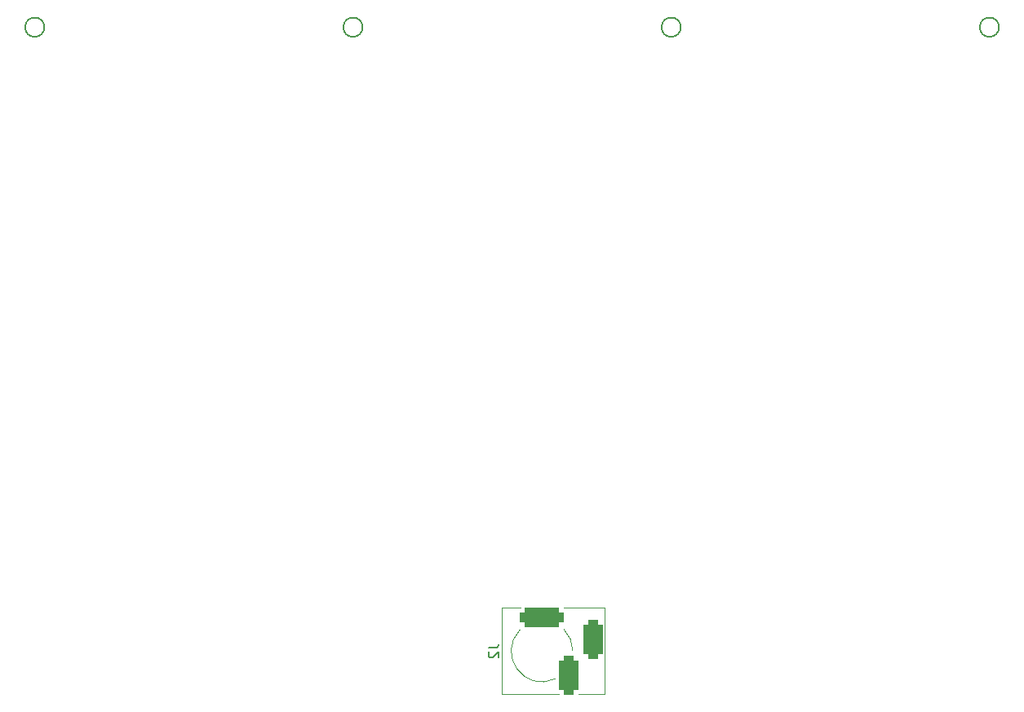
<source format=gbr>
%TF.GenerationSoftware,KiCad,Pcbnew,(6.0.5-0)*%
%TF.CreationDate,2022-07-17T16:53:03-04:00*%
%TF.ProjectId,YWS_clock,5957535f-636c-46f6-936b-2e6b69636164,rev?*%
%TF.SameCoordinates,PX4b17a20PY8a12ae0*%
%TF.FileFunction,Legend,Bot*%
%TF.FilePolarity,Positive*%
%FSLAX46Y46*%
G04 Gerber Fmt 4.6, Leading zero omitted, Abs format (unit mm)*
G04 Created by KiCad (PCBNEW (6.0.5-0)) date 2022-07-17 16:53:03*
%MOMM*%
%LPD*%
G01*
G04 APERTURE LIST*
G04 Aperture macros list*
%AMRoundRect*
0 Rectangle with rounded corners*
0 $1 Rounding radius*
0 $2 $3 $4 $5 $6 $7 $8 $9 X,Y pos of 4 corners*
0 Add a 4 corners polygon primitive as box body*
4,1,4,$2,$3,$4,$5,$6,$7,$8,$9,$2,$3,0*
0 Add four circle primitives for the rounded corners*
1,1,$1+$1,$2,$3*
1,1,$1+$1,$4,$5*
1,1,$1+$1,$6,$7*
1,1,$1+$1,$8,$9*
0 Add four rect primitives between the rounded corners*
20,1,$1+$1,$2,$3,$4,$5,0*
20,1,$1+$1,$4,$5,$6,$7,0*
20,1,$1+$1,$6,$7,$8,$9,0*
20,1,$1+$1,$8,$9,$2,$3,0*%
G04 Aperture macros list end*
%ADD10C,0.150000*%
%ADD11C,0.120000*%
%ADD12R,1.700000X1.700000*%
%ADD13O,1.700000X1.700000*%
%ADD14C,2.000000*%
%ADD15R,1.600000X1.600000*%
%ADD16O,1.600000X1.600000*%
%ADD17R,2.000000X2.000000*%
%ADD18C,3.200000*%
%ADD19C,1.524000*%
%ADD20C,1.600000*%
%ADD21R,3.000000X3.000000*%
%ADD22C,3.000000*%
%ADD23RoundRect,0.500000X1.750000X0.500000X-1.750000X0.500000X-1.750000X-0.500000X1.750000X-0.500000X0*%
%ADD24RoundRect,0.500000X-0.500000X1.500000X-0.500000X-1.500000X0.500000X-1.500000X0.500000X1.500000X0*%
G04 APERTURE END LIST*
D10*
%TO.C,J2*%
X57952380Y7953334D02*
X58666666Y7953334D01*
X58809523Y8000953D01*
X58904761Y8096191D01*
X58952380Y8239048D01*
X58952380Y8334286D01*
X58047619Y7524762D02*
X58000000Y7477143D01*
X57952380Y7381905D01*
X57952380Y7143810D01*
X58000000Y7048572D01*
X58047619Y7000953D01*
X58142857Y6953334D01*
X58238095Y6953334D01*
X58380952Y7000953D01*
X58952380Y7572381D01*
X58952380Y6953334D01*
%TO.C,D4*%
X77900000Y72390000D02*
G75*
G03*
X77900000Y72390000I-1000000J0D01*
G01*
%TO.C,D2*%
X11860000Y72390000D02*
G75*
G03*
X11860000Y72390000I-1000000J0D01*
G01*
%TO.C,D5*%
X44880000Y72390000D02*
G75*
G03*
X44880000Y72390000I-1000000J0D01*
G01*
%TO.C,D3*%
X110920000Y72390000D02*
G75*
G03*
X110920000Y72390000I-1000000J0D01*
G01*
D11*
%TO.C,J2*%
X59300000Y12120000D02*
X61250000Y12120000D01*
X70000000Y12120000D02*
X65750000Y12120000D01*
X59300000Y12120000D02*
X59300000Y3120000D01*
X70000000Y3120000D02*
X67250000Y3120000D01*
X70000000Y12120000D02*
X70000000Y3120000D01*
X59300000Y3120000D02*
X65250000Y3120000D01*
X61200000Y9820000D02*
G75*
G03*
X64883705Y4753755I2300000J-2200000D01*
G01*
X66700000Y7620000D02*
G75*
G03*
X65762742Y9882742I-3199997J2D01*
G01*
%TD*%
%LPC*%
D12*
%TO.C,J4*%
X12700000Y17780000D03*
D13*
X15240000Y17780000D03*
X12700000Y15240000D03*
X15240000Y15240000D03*
X12700000Y12700000D03*
X15240000Y12700000D03*
%TD*%
D14*
%TO.C,TP2*%
X96520000Y27940000D03*
%TD*%
%TO.C,TP1*%
X104140000Y27940000D03*
%TD*%
D15*
%TO.C,U5*%
X135895000Y44440000D03*
D16*
X133355000Y44440000D03*
X130815000Y44440000D03*
X128275000Y44440000D03*
X125735000Y44440000D03*
X123195000Y44440000D03*
X120655000Y44440000D03*
X118115000Y44440000D03*
X115575000Y44440000D03*
X113035000Y44440000D03*
X110495000Y44440000D03*
X107955000Y44440000D03*
X107955000Y36820000D03*
X110495000Y36820000D03*
X113035000Y36820000D03*
X115575000Y36820000D03*
X118115000Y36820000D03*
X120655000Y36820000D03*
X123195000Y36820000D03*
X125735000Y36820000D03*
X128275000Y36820000D03*
X130815000Y36820000D03*
X133355000Y36820000D03*
X135895000Y36820000D03*
%TD*%
D17*
%TO.C,BZ1*%
X30480000Y10160000D03*
D14*
X35480000Y10160000D03*
%TD*%
D18*
%TO.C,H4*%
X136260000Y4780000D03*
%TD*%
D15*
%TO.C,U3*%
X95260000Y13960000D03*
D16*
X95260000Y11420000D03*
X95260000Y8880000D03*
X95260000Y6340000D03*
X102880000Y6340000D03*
X102880000Y8880000D03*
X102880000Y11420000D03*
X102880000Y13960000D03*
%TD*%
D19*
%TO.C,D4*%
X76900000Y72390000D03*
X76900000Y69850000D03*
X76900000Y67310000D03*
X76900000Y64770000D03*
X76900000Y62230000D03*
X76900000Y59690000D03*
X76900000Y57150000D03*
X76900000Y54610000D03*
X100900000Y54610000D03*
X100900000Y57150000D03*
X100900000Y59690000D03*
X100900000Y62230000D03*
X100900000Y64770000D03*
X100900000Y67310000D03*
X100900000Y69850000D03*
X100900000Y72390000D03*
%TD*%
D12*
%TO.C,J3*%
X137160000Y27940000D03*
D13*
X137160000Y25400000D03*
X137160000Y22860000D03*
X137160000Y20320000D03*
X137160000Y17780000D03*
X137160000Y15240000D03*
%TD*%
D19*
%TO.C,D2*%
X10860000Y72390000D03*
X10860000Y69850000D03*
X10860000Y67310000D03*
X10860000Y64770000D03*
X10860000Y62230000D03*
X10860000Y59690000D03*
X10860000Y57150000D03*
X10860000Y54610000D03*
X34860000Y54610000D03*
X34860000Y57150000D03*
X34860000Y59690000D03*
X34860000Y62230000D03*
X34860000Y64770000D03*
X34860000Y67310000D03*
X34860000Y69850000D03*
X34860000Y72390000D03*
%TD*%
D18*
%TO.C,H2*%
X136260000Y84780000D03*
%TD*%
D20*
%TO.C,R14*%
X121920000Y83820000D03*
X125320000Y83820000D03*
%TD*%
D18*
%TO.C,H3*%
X6260000Y4780000D03*
%TD*%
D15*
%TO.C,U2*%
X83820000Y24120000D03*
D16*
X81280000Y24120000D03*
X78740000Y24120000D03*
X76200000Y24120000D03*
X73660000Y24120000D03*
X71120000Y24120000D03*
X68580000Y24120000D03*
X66040000Y24120000D03*
X63500000Y24120000D03*
X60960000Y24120000D03*
X58420000Y24120000D03*
X55880000Y24120000D03*
X53340000Y24120000D03*
X50800000Y24120000D03*
X50800000Y16500000D03*
X53340000Y16500000D03*
X55880000Y16500000D03*
X58420000Y16500000D03*
X60960000Y16500000D03*
X63500000Y16500000D03*
X66040000Y16500000D03*
X68580000Y16500000D03*
X71120000Y16500000D03*
X73660000Y16500000D03*
X76200000Y16500000D03*
X78740000Y16500000D03*
X81280000Y16500000D03*
X83820000Y16500000D03*
%TD*%
D18*
%TO.C,H1*%
X6260000Y84780000D03*
%TD*%
D19*
%TO.C,D5*%
X43880000Y72390000D03*
X43880000Y69850000D03*
X43880000Y67310000D03*
X43880000Y64770000D03*
X43880000Y62230000D03*
X43880000Y59690000D03*
X43880000Y57150000D03*
X43880000Y54610000D03*
X67880000Y54610000D03*
X67880000Y57150000D03*
X67880000Y59690000D03*
X67880000Y62230000D03*
X67880000Y64770000D03*
X67880000Y67310000D03*
X67880000Y69850000D03*
X67880000Y72390000D03*
%TD*%
D12*
%TO.C,J1*%
X20320000Y17355000D03*
D13*
X20320000Y14815000D03*
X20320000Y12275000D03*
X20320000Y9735000D03*
X20320000Y7195000D03*
X20320000Y4655000D03*
%TD*%
D15*
%TO.C,U4*%
X36835000Y44440000D03*
D16*
X34295000Y44440000D03*
X31755000Y44440000D03*
X29215000Y44440000D03*
X26675000Y44440000D03*
X24135000Y44440000D03*
X21595000Y44440000D03*
X19055000Y44440000D03*
X16515000Y44440000D03*
X13975000Y44440000D03*
X11435000Y44440000D03*
X8895000Y44440000D03*
X8895000Y36820000D03*
X11435000Y36820000D03*
X13975000Y36820000D03*
X16515000Y36820000D03*
X19055000Y36820000D03*
X21595000Y36820000D03*
X24135000Y36820000D03*
X26675000Y36820000D03*
X29215000Y36820000D03*
X31755000Y36820000D03*
X34295000Y36820000D03*
X36835000Y36820000D03*
%TD*%
D15*
%TO.C,U6*%
X102875000Y44440000D03*
D16*
X100335000Y44440000D03*
X97795000Y44440000D03*
X95255000Y44440000D03*
X92715000Y44440000D03*
X90175000Y44440000D03*
X87635000Y44440000D03*
X85095000Y44440000D03*
X82555000Y44440000D03*
X80015000Y44440000D03*
X77475000Y44440000D03*
X74935000Y44440000D03*
X74935000Y36820000D03*
X77475000Y36820000D03*
X80015000Y36820000D03*
X82555000Y36820000D03*
X85095000Y36820000D03*
X87635000Y36820000D03*
X90175000Y36820000D03*
X92715000Y36820000D03*
X95255000Y36820000D03*
X97795000Y36820000D03*
X100335000Y36820000D03*
X102875000Y36820000D03*
%TD*%
D21*
%TO.C,BT1*%
X107766314Y17779983D03*
D22*
X128256314Y17779983D03*
%TD*%
D15*
%TO.C,U7*%
X69855000Y44440000D03*
D16*
X67315000Y44440000D03*
X64775000Y44440000D03*
X62235000Y44440000D03*
X59695000Y44440000D03*
X57155000Y44440000D03*
X54615000Y44440000D03*
X52075000Y44440000D03*
X49535000Y44440000D03*
X46995000Y44440000D03*
X44455000Y44440000D03*
X41915000Y44440000D03*
X41915000Y36820000D03*
X44455000Y36820000D03*
X46995000Y36820000D03*
X49535000Y36820000D03*
X52075000Y36820000D03*
X54615000Y36820000D03*
X57155000Y36820000D03*
X59695000Y36820000D03*
X62235000Y36820000D03*
X64775000Y36820000D03*
X67315000Y36820000D03*
X69855000Y36820000D03*
%TD*%
D19*
%TO.C,D3*%
X109920000Y72390000D03*
X109920000Y69850000D03*
X109920000Y67310000D03*
X109920000Y64770000D03*
X109920000Y62230000D03*
X109920000Y59690000D03*
X109920000Y57150000D03*
X109920000Y54610000D03*
X133920000Y54610000D03*
X133920000Y57150000D03*
X133920000Y59690000D03*
X133920000Y62230000D03*
X133920000Y64770000D03*
X133920000Y67310000D03*
X133920000Y69850000D03*
X133920000Y72390000D03*
%TD*%
D23*
%TO.C,J2*%
X63500000Y11120000D03*
D24*
X68800000Y8820000D03*
X66300000Y5120000D03*
%TD*%
M02*

</source>
